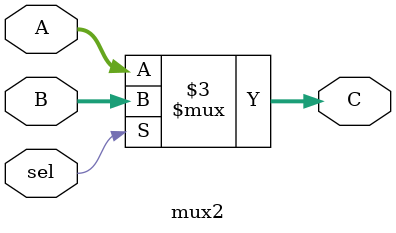
<source format=v>
`timescale 1ns/1ns

module mux2(

	input sel,
	input [31:0] A,
	input [31:0] B,
	output reg [31:0] C

);

always @*
	begin 
		if(sel)
		begin
			C = B;
		end
		else
		begin
			C = A;
		end
	end
endmodule


</source>
